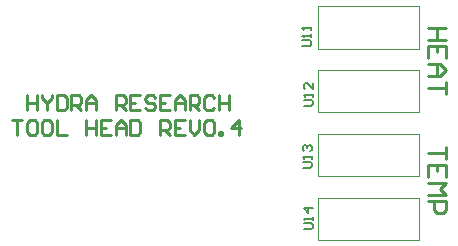
<source format=gto>
G04*
G04 #@! TF.GenerationSoftware,Altium Limited,Altium Designer,18.0.7 (293)*
G04*
G04 Layer_Color=65535*
%FSLAX25Y25*%
%MOIN*%
G70*
G01*
G75*
%ADD10C,0.00197*%
%ADD11C,0.01000*%
%ADD12C,0.00500*%
D10*
X439059Y379213D02*
Y393268D01*
X472720Y379213D02*
Y393268D01*
X439059D02*
X472720D01*
X439059Y379213D02*
X472720D01*
X439059Y357953D02*
X472720D01*
X439059Y372008D02*
X472720D01*
Y357953D02*
Y372008D01*
X439059Y357953D02*
Y372008D01*
Y336693D02*
Y350748D01*
X472720Y336693D02*
Y350748D01*
X439059D02*
X472720D01*
X439059Y336693D02*
X472720D01*
X439059Y315433D02*
X472720D01*
X439059Y329488D02*
X472720D01*
Y315433D02*
Y329488D01*
X439059Y315433D02*
Y329488D01*
D11*
X342120Y363623D02*
Y358704D01*
Y361163D01*
X345399D01*
Y363623D01*
Y358704D01*
X347039Y363623D02*
Y362803D01*
X348679Y361163D01*
X350319Y362803D01*
Y363623D01*
X348679Y361163D02*
Y358704D01*
X351959Y363623D02*
Y358704D01*
X354419D01*
X355239Y359524D01*
Y362803D01*
X354419Y363623D01*
X351959D01*
X356879Y358704D02*
Y363623D01*
X359338D01*
X360158Y362803D01*
Y361163D01*
X359338Y360344D01*
X356879D01*
X358519D02*
X360158Y358704D01*
X361798D02*
Y361983D01*
X363438Y363623D01*
X365078Y361983D01*
Y358704D01*
Y361163D01*
X361798D01*
X371638Y358704D02*
Y363623D01*
X374097D01*
X374918Y362803D01*
Y361163D01*
X374097Y360344D01*
X371638D01*
X373278D02*
X374918Y358704D01*
X379837Y363623D02*
X376557D01*
Y358704D01*
X379837D01*
X376557Y361163D02*
X378197D01*
X384757Y362803D02*
X383937Y363623D01*
X382297D01*
X381477Y362803D01*
Y361983D01*
X382297Y361163D01*
X383937D01*
X384757Y360344D01*
Y359524D01*
X383937Y358704D01*
X382297D01*
X381477Y359524D01*
X389676Y363623D02*
X386397D01*
Y358704D01*
X389676D01*
X386397Y361163D02*
X388037D01*
X391316Y358704D02*
Y361983D01*
X392956Y363623D01*
X394596Y361983D01*
Y358704D01*
Y361163D01*
X391316D01*
X396236Y358704D02*
Y363623D01*
X398696D01*
X399516Y362803D01*
Y361163D01*
X398696Y360344D01*
X396236D01*
X397876D02*
X399516Y358704D01*
X404435Y362803D02*
X403616Y363623D01*
X401976D01*
X401156Y362803D01*
Y359524D01*
X401976Y358704D01*
X403616D01*
X404435Y359524D01*
X406075Y363623D02*
Y358704D01*
Y361163D01*
X409355D01*
Y363623D01*
Y358704D01*
X337200Y355320D02*
X340480D01*
X338840D01*
Y350400D01*
X344580Y355320D02*
X342940D01*
X342120Y354500D01*
Y351220D01*
X342940Y350400D01*
X344580D01*
X345399Y351220D01*
Y354500D01*
X344580Y355320D01*
X349499D02*
X347859D01*
X347039Y354500D01*
Y351220D01*
X347859Y350400D01*
X349499D01*
X350319Y351220D01*
Y354500D01*
X349499Y355320D01*
X351959D02*
Y350400D01*
X355239D01*
X361798Y355320D02*
Y350400D01*
Y352860D01*
X365078D01*
Y355320D01*
Y350400D01*
X369998Y355320D02*
X366718D01*
Y350400D01*
X369998D01*
X366718Y352860D02*
X368358D01*
X371638Y350400D02*
Y353680D01*
X373278Y355320D01*
X374918Y353680D01*
Y350400D01*
Y352860D01*
X371638D01*
X376557Y355320D02*
Y350400D01*
X379017D01*
X379837Y351220D01*
Y354500D01*
X379017Y355320D01*
X376557D01*
X386397Y350400D02*
Y355320D01*
X388857D01*
X389676Y354500D01*
Y352860D01*
X388857Y352040D01*
X386397D01*
X388037D02*
X389676Y350400D01*
X394596Y355320D02*
X391316D01*
Y350400D01*
X394596D01*
X391316Y352860D02*
X392956D01*
X396236Y355320D02*
Y352040D01*
X397876Y350400D01*
X399516Y352040D01*
Y355320D01*
X401156Y354500D02*
X401976Y355320D01*
X403616D01*
X404435Y354500D01*
Y351220D01*
X403616Y350400D01*
X401976D01*
X401156Y351220D01*
Y354500D01*
X406075Y350400D02*
Y351220D01*
X406895D01*
Y350400D01*
X406075D01*
X412635D02*
Y355320D01*
X410175Y352860D01*
X413455D01*
X481598Y386000D02*
X475600D01*
X478599D01*
Y382001D01*
X481598D01*
X475600D01*
X481598Y376003D02*
Y380002D01*
X475600D01*
Y376003D01*
X478599Y380002D02*
Y378003D01*
X475600Y374004D02*
X479599D01*
X481598Y372005D01*
X479599Y370005D01*
X475600D01*
X478599D01*
Y374004D01*
X481598Y368006D02*
Y364007D01*
Y366006D01*
X475600D01*
X481798Y346500D02*
Y342501D01*
Y344501D01*
X475800D01*
X481798Y336503D02*
Y340502D01*
X475800D01*
Y336503D01*
X478799Y340502D02*
Y338503D01*
X475800Y334504D02*
X481798D01*
X479799Y332505D01*
X481798Y330505D01*
X475800D01*
Y328506D02*
X481798D01*
Y325507D01*
X480798Y324507D01*
X478799D01*
X477799Y325507D01*
Y328506D01*
D12*
X434306Y318941D02*
X436806D01*
X437305Y319441D01*
Y320441D01*
X436806Y320940D01*
X434306D01*
X437305Y321940D02*
Y322940D01*
Y322440D01*
X434306D01*
X434806Y321940D01*
X437305Y325939D02*
X434306D01*
X435806Y324439D01*
Y326438D01*
X434007Y339434D02*
X436506D01*
X437006Y339934D01*
Y340934D01*
X436506Y341434D01*
X434007D01*
X437006Y342433D02*
Y343433D01*
Y342933D01*
X434007D01*
X434506Y342433D01*
Y344932D02*
X434007Y345432D01*
Y346432D01*
X434506Y346932D01*
X435006D01*
X435506Y346432D01*
Y345932D01*
Y346432D01*
X436006Y346932D01*
X436506D01*
X437006Y346432D01*
Y345432D01*
X436506Y344932D01*
X434306Y360127D02*
X436806D01*
X437305Y360627D01*
Y361627D01*
X436806Y362127D01*
X434306D01*
X437305Y363126D02*
Y364126D01*
Y363626D01*
X434306D01*
X434806Y363126D01*
X437305Y367625D02*
Y365626D01*
X435306Y367625D01*
X434806D01*
X434306Y367125D01*
Y366125D01*
X434806Y365626D01*
X433807Y380020D02*
X436306D01*
X436805Y380520D01*
Y381520D01*
X436306Y382020D01*
X433807D01*
X436805Y383019D02*
Y384019D01*
Y383519D01*
X433807D01*
X434306Y383019D01*
X436805Y385519D02*
Y386518D01*
Y386019D01*
X433807D01*
X434306Y385519D01*
M02*

</source>
